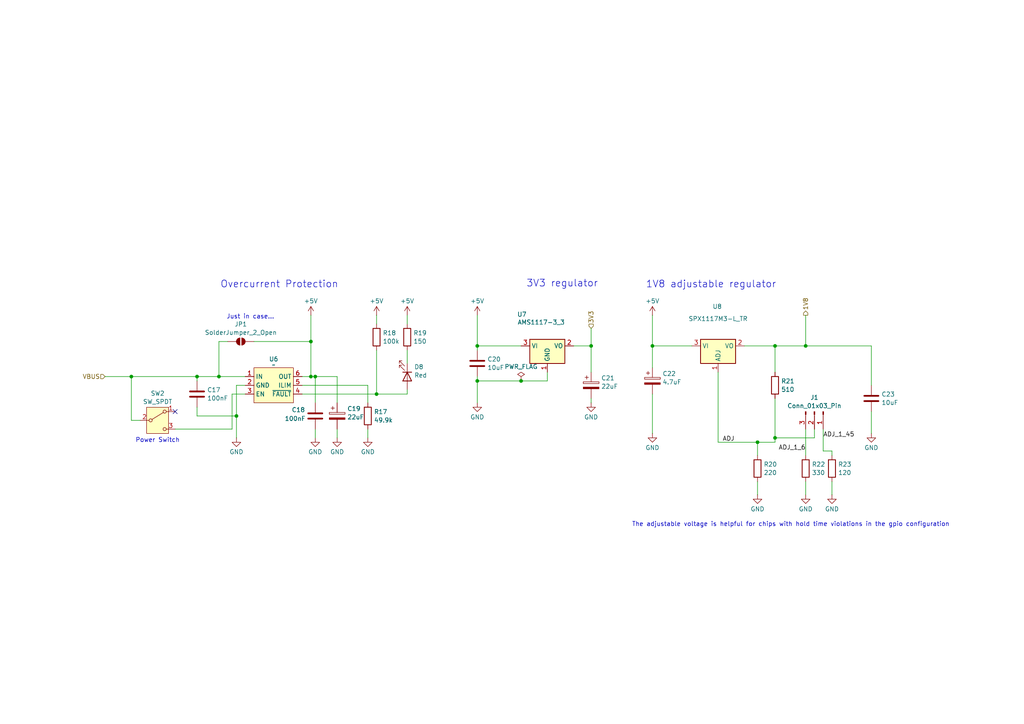
<source format=kicad_sch>
(kicad_sch (version 20231120) (generator "eeschema") (generator_version "8.0")
  (paper "A4")
  (title_block (title "Voltage Conversion") (date "2024-05-30") (rev "0.2.0"))
  (lib_symbols
    (symbol "Connector:Conn_01x03_Pin" (pin_names (offset 1.016) hide)
      (property "Reference" "J" (at 0 5.08 0))
      (property "Value" "Conn_01x03_Pin" (at 0 -5.08 0))
      (symbol "Conn_01x03_Pin_1_1"
        (polyline (pts (xy 1.27 -2.54) (xy 0.8636 -2.54)) (stroke (width 0.1524)))
        (polyline (pts (xy 1.27 0) (xy 0.8636 0)) (stroke (width 0.1524)))
        (polyline (pts (xy 1.27 2.54) (xy 0.8636 2.54)) (stroke (width 0.1524)))
        (rectangle (start 0.8636 -2.413) (end 0 -2.667) (stroke (width 0.1524)) (fill (type outline)))
        (rectangle (start 0.8636 0.127) (end 0 -0.127) (stroke (width 0.1524)) (fill (type outline)))
        (rectangle (start 0.8636 2.667) (end 0 2.413) (stroke (width 0.1524)) (fill (type outline)))
        (pin passive line (at 5.08 2.54 180) (length 3.81) (name "Pin_1") (number "1"))
        (pin passive line (at 5.08 0 180) (length 3.81) (name "Pin_2") (number "2"))
        (pin passive line (at 5.08 -2.54 180) (length 3.81) (name "Pin_3") (number "3"))
      )
    )
    (symbol "Device:C" (pin_numbers hide) (pin_names (offset 0.254))
      (property "Reference" "C" (at 0.635 2.54 0))
      (property "Value" "C" (at 0.635 -2.54 0))
      (symbol "C_0_1"
        (polyline (pts (xy -2.032 -0.762) (xy 2.032 -0.762)) (stroke (width 0.508)))
        (polyline (pts (xy -2.032 0.762) (xy 2.032 0.762)) (stroke (width 0.508)))
      )
      (symbol "C_1_1"
        (pin passive line (at 0 3.81 270) (length 2.794) (name "~") (number "1"))
        (pin passive line (at 0 -3.81 90) (length 2.794) (name "~") (number "2"))
      )
    )
    (symbol "Device:C_Polarized" (pin_numbers hide) (pin_names (offset 0.254))
      (property "Reference" "C" (at 0.635 2.54 0))
      (property "Value" "C_Polarized" (at 0.635 -2.54 0))
      (symbol "C_Polarized_0_1"
        (rectangle (start -2.286 0.508) (end 2.286 1.016))
        (polyline (pts (xy -1.778 2.286) (xy -0.762 2.286)))
        (polyline (pts (xy -1.27 2.794) (xy -1.27 1.778)))
        (rectangle (start 2.286 -0.508) (end -2.286 -1.016) (fill (type outline)))
      )
      (symbol "C_Polarized_1_1"
        (pin passive line (at 0 3.81 270) (length 2.794) (name "~") (number "1"))
        (pin passive line (at 0 -3.81 90) (length 2.794) (name "~") (number "2"))
      )
    )
    (symbol "Device:LED" (pin_numbers hide) (pin_names (offset 1.016) hide)
      (property "Reference" "D" (at 0 2.54 0))
      (property "Value" "LED" (at 0 -2.54 0))
      (symbol "LED_0_1"
        (polyline (pts (xy -1.27 -1.27) (xy -1.27 1.27)) (stroke (width 0.254)))
        (polyline (pts (xy -1.27 0) (xy 1.27 0)))
        (polyline (pts (xy 1.27 -1.27) (xy 1.27 1.27) (xy -1.27 0) (xy 1.27 -1.27)) (stroke (width 0.254)))
        (polyline (pts (xy -3.048 -0.762) (xy -4.572 -2.286) (xy -3.81 -2.286) (xy -4.572 -2.286) (xy -4.572 -1.524)))
        (polyline (pts (xy -1.778 -0.762) (xy -3.302 -2.286) (xy -2.54 -2.286) (xy -3.302 -2.286) (xy -3.302 -1.524)))
      )
      (symbol "LED_1_1"
        (pin passive line (at -3.81 0 0) (length 2.54) (name "K") (number "1"))
        (pin passive line (at 3.81 0 180) (length 2.54) (name "A") (number "2"))
      )
    )
    (symbol "Device:R" (pin_numbers hide) (pin_names (offset 0))
      (property "Reference" "R" (at 2.032 0 90))
      (property "Value" "R" (at 0 0 90))
      (symbol "R_0_1"
        (rectangle (start -1.016 -2.54) (end 1.016 2.54) (stroke (width 0.254)))
      )
      (symbol "R_1_1"
        (pin passive line (at 0 3.81 270) (length 1.27) (name "~") (number "1"))
        (pin passive line (at 0 -3.81 90) (length 1.27) (name "~") (number "2"))
      )
    )
    (symbol "Jumper:SolderJumper_2_Open" (pin_numbers hide) (pin_names (offset 0) hide) (exclude_from_sim yes) (in_bom no)
      (property "Reference" "JP" (at 0 2.032 0))
      (property "Value" "SolderJumper_2_Open" (at 0 -2.54 0))
      (symbol "SolderJumper_2_Open_0_1"
        (arc (start -0.254 1.016) (mid -1.2656 0) (end -0.254 -1.016))
        (arc (start -0.254 1.016) (mid -1.2656 0) (end -0.254 -1.016) (fill (type outline)))
        (polyline (pts (xy -0.254 1.016) (xy -0.254 -1.016)))
        (polyline (pts (xy 0.254 1.016) (xy 0.254 -1.016)))
        (arc (start 0.254 -1.016) (mid 1.2656 0) (end 0.254 1.016))
        (arc (start 0.254 -1.016) (mid 1.2656 0) (end 0.254 1.016) (fill (type outline)))
      )
      (symbol "SolderJumper_2_Open_1_1"
        (pin passive line (at -3.81 0 0) (length 2.54) (name "A") (number "1"))
        (pin passive line (at 3.81 0 180) (length 2.54) (name "B") (number "2"))
      )
    )
    (symbol "Regulator_Linear:AMS1117"
      (property "Reference" "U" (at -3.81 3.175 0))
      (property "Value" "AMS1117" (at 0 3.175 0))
      (symbol "AMS1117_0_1"
        (rectangle (start -5.08 -5.08) (end 5.08 1.905) (stroke (width 0.254)) (fill (type background)))
      )
      (symbol "AMS1117_1_1"
        (pin input line (at 0 -7.62 90) (length 2.54) (name "ADJ") (number "1"))
        (pin power_out line (at 7.62 0 180) (length 2.54) (name "VO") (number "2"))
        (pin power_in line (at -7.62 0 0) (length 2.54) (name "VI") (number "3"))
      )
    )
    (symbol "Regulator_Linear:AMS1117-3.3"
      (property "Reference" "U" (at -3.81 3.175 0))
      (property "Value" "AMS1117-3.3" (at 0 3.175 0))
      (symbol "AMS1117-3.3_0_1"
        (rectangle (start -5.08 -5.08) (end 5.08 1.905) (stroke (width 0.254)) (fill (type background)))
      )
      (symbol "AMS1117-3.3_1_1"
        (pin power_in line (at 0 -7.62 90) (length 2.54) (name "GND") (number "1"))
        (pin power_out line (at 7.62 0 180) (length 2.54) (name "VO") (number "2"))
        (pin power_in line (at -7.62 0 0) (length 2.54) (name "VI") (number "3"))
      )
    )
    (symbol "Switch:SW_SPDT" (pin_names (offset 0) hide)
      (property "Reference" "SW" (at 0 5.08 0))
      (property "Value" "SW_SPDT" (at 0 -5.08 0))
      (symbol "SW_SPDT_0_1"
        (circle (center -2.032 0) (radius 0.4572))
        (polyline (pts (xy -1.651 0.254) (xy 1.651 2.286)))
        (circle (center 2.032 -2.54) (radius 0.4572))
        (circle (center 2.032 2.54) (radius 0.4572))
      )
      (symbol "SW_SPDT_1_1"
        (rectangle (start -3.175 3.81) (end 3.175 -3.81) (fill (type background)))
        (pin passive line (at 5.08 2.54 180) (length 2.54) (name "A") (number "1"))
        (pin passive line (at -5.08 0 0) (length 2.54) (name "B") (number "2"))
        (pin passive line (at 5.08 -2.54 180) (length 2.54) (name "C") (number "3"))
      )
    )
    (symbol "custom_symbols:TPS2553"
      (property "Reference" "U" (at 0 0 0))
      (symbol "TPS2553_1_1"
        (rectangle (start -6.35 -1.27) (end 5.08 -11.43) (fill (type background)))
        (pin power_in line (at -8.89 -3.81 0) (length 2.54) (name "IN") (number "1"))
        (pin power_in line (at -8.89 -6.35 0) (length 2.54) (name "GND") (number "2"))
        (pin input line (at -8.89 -8.89 0) (length 2.54) (name "EN") (number "3"))
        (pin output line (at 7.62 -8.89 180) (length 2.54) (name "~{FAULT}") (number "4"))
        (pin input line (at 7.62 -6.35 180) (length 2.54) (name "ILIM") (number "5"))
        (pin power_out line (at 7.62 -3.81 180) (length 2.54) (name "OUT") (number "6"))
      )
    )
    (symbol "power:+5V" (power) (pin_numbers hide) (pin_names (offset 0) hide)
      (property "Value" "+5V" (at 0 3.556 0))
      (symbol "+5V_0_1"
        (polyline (pts (xy -0.762 1.27) (xy 0 2.54)))
        (polyline (pts (xy 0 0) (xy 0 2.54)))
        (polyline (pts (xy 0 2.54) (xy 0.762 1.27)))
      )
      (symbol "+5V_1_1"
        (pin power_in line (at 0 0 90) (length 0) (name "~") (number "1"))
      )
    )
    (symbol "power:GND" (power) (pin_numbers hide) (pin_names (offset 0) hide)
      (property "Value" "GND" (at 0 -3.81 0))
      (symbol "GND_0_1"
        (polyline (pts (xy 0 0) (xy 0 -1.27) (xy 1.27 -1.27) (xy 0 -2.54) (xy -1.27 -1.27) (xy 0 -1.27)))
      )
      (symbol "GND_1_1"
        (pin power_in line (at 0 0 270) (length 0) (name "~") (number "1"))
      )
    )
    (symbol "power:PWR_FLAG" (power) (pin_numbers hide) (pin_names (offset 0) hide)
      (property "Value" "PWR_FLAG" (at 0 3.81 0))
      (symbol "PWR_FLAG_0_0"
        (pin power_out line (at 0 0 90) (length 0) (name "~") (number "1"))
      )
      (symbol "PWR_FLAG_0_1"
        (polyline (pts (xy 0 0) (xy 0 1.27) (xy -1.016 1.905) (xy 0 2.54) (xy 1.016 1.905) (xy 0 1.27)))
      )
    )
  )
  (junction (at 224.79 127))
  (junction (at 189.23 100.33))
  (junction (at 224.79 100.33))
  (junction (at 91.44 109.22))
  (junction (at 219.71 128.27))
  (junction (at 109.22 114.3))
  (junction (at 171.45 100.33))
  (junction (at 151.13 110.49))
  (junction (at 90.17 99.06))
  (junction (at 90.17 109.22))
  (junction (at 138.43 110.49))
  (junction (at 233.68 100.33))
  (junction (at 63.5 109.22))
  (junction (at 68.58 120.65))
  (junction (at 138.43 100.33))
  (junction (at 57.15 109.22))
  (junction (at 38.1 109.22))
  (no_connect (at 50.8 119.38))
  (wire (pts (xy 90.17 91.44) (xy 90.17 99.06)))
  (wire (pts (xy 109.22 91.44) (xy 109.22 93.98)))
  (wire (pts (xy 138.43 116.84) (xy 138.43 110.49)))
  (wire (pts (xy 118.11 91.44) (xy 118.11 93.98)))
  (wire (pts (xy 73.66 99.06) (xy 90.17 99.06)))
  (wire (pts (xy 91.44 109.22) (xy 97.79 109.22)))
  (wire (pts (xy 50.8 124.46) (xy 67.31 124.46)))
  (wire (pts (xy 91.44 109.22) (xy 91.44 116.84)))
  (wire (pts (xy 68.58 111.76) (xy 68.58 120.65)))
  (wire (pts (xy 87.63 109.22) (xy 90.17 109.22)))
  (wire (pts (xy 71.12 111.76) (xy 68.58 111.76)))
  (wire (pts (xy 219.71 128.27) (xy 219.71 132.08)))
  (wire (pts (xy 57.15 118.11) (xy 57.15 120.65)))
  (wire (pts (xy 219.71 139.7) (xy 219.71 143.51)))
  (wire (pts (xy 224.79 100.33) (xy 224.79 107.95)))
  (wire (pts (xy 236.22 127) (xy 236.22 124.46)))
  (wire (pts (xy 90.17 109.22) (xy 91.44 109.22)))
  (wire (pts (xy 151.13 110.49) (xy 158.75 110.49)))
  (wire (pts (xy 63.5 109.22) (xy 71.12 109.22)))
  (wire (pts (xy 57.15 120.65) (xy 68.58 120.65)))
  (wire (pts (xy 57.15 109.22) (xy 63.5 109.22)))
  (wire (pts (xy 219.71 128.27) (xy 224.79 128.27)))
  (wire (pts (xy 233.68 100.33) (xy 252.73 100.33)))
  (wire (pts (xy 138.43 110.49) (xy 151.13 110.49)))
  (wire (pts (xy 224.79 115.57) (xy 224.79 127)))
  (wire (pts (xy 233.68 139.7) (xy 233.68 143.51)))
  (wire (pts (xy 208.28 128.27) (xy 219.71 128.27)))
  (wire (pts (xy 138.43 110.49) (xy 138.43 109.22)))
  (wire (pts (xy 138.43 100.33) (xy 138.43 101.6)))
  (wire (pts (xy 208.28 107.95) (xy 208.28 128.27)))
  (wire (pts (xy 224.79 127) (xy 224.79 128.27)))
  (wire (pts (xy 87.63 111.76) (xy 106.68 111.76)))
  (wire (pts (xy 189.23 100.33) (xy 200.66 100.33)))
  (wire (pts (xy 40.64 121.92) (xy 38.1 121.92)))
  (wire (pts (xy 109.22 101.6) (xy 109.22 114.3)))
  (wire (pts (xy 215.9 100.33) (xy 224.79 100.33)))
  (wire (pts (xy 109.22 114.3) (xy 118.11 114.3)))
  (wire (pts (xy 252.73 119.38) (xy 252.73 125.73)))
  (wire (pts (xy 158.75 110.49) (xy 158.75 107.95)))
  (wire (pts (xy 189.23 106.68) (xy 189.23 100.33)))
  (wire (pts (xy 63.5 99.06) (xy 66.04 99.06)))
  (wire (pts (xy 106.68 124.46) (xy 106.68 127)))
  (wire (pts (xy 118.11 101.6) (xy 118.11 105.41)))
  (wire (pts (xy 138.43 91.44) (xy 138.43 100.33)))
  (wire (pts (xy 189.23 91.44) (xy 189.23 100.33)))
  (wire (pts (xy 68.58 120.65) (xy 68.58 127)))
  (wire (pts (xy 87.63 114.3) (xy 109.22 114.3)))
  (wire (pts (xy 171.45 115.57) (xy 171.45 116.84)))
  (wire (pts (xy 171.45 100.33) (xy 171.45 107.95)))
  (wire (pts (xy 241.3 139.7) (xy 241.3 143.51)))
  (wire (pts (xy 224.79 127) (xy 236.22 127)))
  (wire (pts (xy 97.79 124.46) (xy 97.79 127)))
  (wire (pts (xy 67.31 124.46) (xy 67.31 114.3)))
  (wire (pts (xy 171.45 95.25) (xy 171.45 100.33)))
  (wire (pts (xy 233.68 124.46) (xy 233.68 132.08)))
  (wire (pts (xy 118.11 114.3) (xy 118.11 113.03)))
  (wire (pts (xy 90.17 99.06) (xy 90.17 109.22)))
  (wire (pts (xy 63.5 99.06) (xy 63.5 109.22)))
  (wire (pts (xy 38.1 109.22) (xy 38.1 121.92)))
  (wire (pts (xy 233.68 91.44) (xy 233.68 100.33)))
  (wire (pts (xy 189.23 125.73) (xy 189.23 114.3)))
  (wire (pts (xy 57.15 110.49) (xy 57.15 109.22)))
  (wire (pts (xy 252.73 100.33) (xy 252.73 111.76)))
  (wire (pts (xy 238.76 130.81) (xy 241.3 130.81)))
  (wire (pts (xy 67.31 114.3) (xy 71.12 114.3)))
  (wire (pts (xy 97.79 109.22) (xy 97.79 116.84)))
  (wire (pts (xy 166.37 100.33) (xy 171.45 100.33)))
  (wire (pts (xy 138.43 100.33) (xy 151.13 100.33)))
  (wire (pts (xy 30.48 109.22) (xy 38.1 109.22)))
  (wire (pts (xy 241.3 130.81) (xy 241.3 132.08)))
  (wire (pts (xy 38.1 109.22) (xy 57.15 109.22)))
  (wire (pts (xy 224.79 100.33) (xy 233.68 100.33)))
  (wire (pts (xy 106.68 111.76) (xy 106.68 116.84)))
  (wire (pts (xy 91.44 124.46) (xy 91.44 127)))
  (wire (pts (xy 238.76 124.46) (xy 238.76 130.81)))
  (text "Just in case..." (at 72.644 91.948 0) (effects (font (size 1.27 1.27))))
  (text "1V8 adjustable regulator" (at 206.248 82.55 0) (effects (font (size 2 2))))
  (text "The adjustable voltage is helpful for chips with hold time violations in the gpio configuration" (at 229.362 152.146 0) (effects (font (size 1.27 1.27))))
  (text "Overcurrent Protection" (at 81.026 82.55 0) (effects (font (size 2 2))))
  (text "Power Switch" (at 45.72 127.762 0) (effects (font (size 1.27 1.27))))
  (text "3V3 regulator" (at 163.068 82.296 0) (effects (font (size 2 2))))
  (label "ADJ_1_6" (at 233.68 130.81 180))
  (label "ADJ_1_45" (at 238.76 127 0))
  (label "ADJ" (at 209.55 128.27 0))
  (hierarchical_label "3V3" (shape input) (at 171.45 95.25 90))
  (hierarchical_label "VBUS" (shape input) (at 30.48 109.22 180))
  (hierarchical_label "1V8" (shape output) (at 233.68 91.44 90))
  (symbol (lib_id "Device:LED") (at 118.11 109.22 270) (unit 1)
    (property "Reference" "D8" (at 120.142 106.4203 90) (effects (justify left)))
    (property "Value" "Red" (at 120.142 108.8446 90) (effects (justify left)))
    (property "Footprint" "LED_SMD:LED_1206_3216Metric" (effects (hide yes)))
    (property "Description" "Light emitting diode" (effects (hide yes)))
    (property "LCSC Part" "C2827254" (effects (hide yes)))
  )
  (symbol (lib_id "Device:C_Polarized") (at 97.79 120.65 0) (unit 1)
    (property "Reference" "C19" (at 100.711 118.5488 0) (effects (justify left)))
    (property "Value" "22uF" (at 100.711 120.9731 0) (effects (justify left)))
    (property "Footprint" "Capacitor_Tantalum_SMD:CP_EIA-3216-10_Kemet-I" (effects (hide yes)))
    (property "Description" "Polarized capacitor" (effects (hide yes)))
  )
  (symbol (lib_id "power:GND") (at 97.79 127 0) (unit 1)
    (property "Reference" "#PWR59" (effects (hide yes)))
    (property "Value" "GND" (at 97.79 131.064 0))
    (property "Description" "Power symbol creates a global label with name \"GND\" , ground" (effects (hide yes)))
  )
  (symbol (lib_id "custom_symbols:TPS2553") (at 80.01 105.41 0) (unit 1)
    (property "Reference" "U6" (at 79.375 104.1485 0))
    (property "Value" "~" (at 79.375 105.8299 0))
    (property "Footprint" "Package_TO_SOT_SMD:SOT-23-6" (effects (hide yes)))
    (property "Datasheet" "https://www.ti.com/lit/ds/symlink/tps2553.pdf?ts=1752511161799&ref_url=https%253A%252F%252Fwww.ti.com%252Fproduct%252Fde-de%252FTPS2553" (effects (hide yes)))
  )
  (symbol (lib_id "power:GND") (at 106.68 127 0) (unit 1)
    (property "Reference" "#PWR60" (effects (hide yes)))
    (property "Value" "GND" (at 106.68 131.064 0))
    (property "Description" "Power symbol creates a global label with name \"GND\" , ground" (effects (hide yes)))
  )
  (symbol (lib_id "Device:C_Polarized") (at 171.45 111.76 0) (unit 1)
    (property "Reference" "C21" (at 174.371 109.6588 0) (effects (justify left)))
    (property "Value" "22uF" (at 174.371 112.0831 0) (effects (justify left)))
    (property "Footprint" "Capacitor_Tantalum_SMD:CP_EIA-3216-10_Kemet-I" (effects (hide yes)))
    (property "Description" "Polarized capacitor" (effects (hide yes)))
  )
  (symbol (lib_id "Device:R") (at 118.11 97.79 0) (unit 1)
    (property "Reference" "R19" (at 119.888 96.5778 0) (effects (justify left)))
    (property "Value" "150" (at 119.888 99.0021 0) (effects (justify left)))
    (property "Footprint" "Resistor_SMD:R_0805_2012Metric" (effects (hide yes)))
    (property "Description" "Resistor" (effects (hide yes)))
  )
  (symbol (lib_id "Jumper:SolderJumper_2_Open") (at 69.85 99.06 0) (unit 1) (exclude_from_sim yes) (in_bom no)
    (property "Reference" "JP1" (at 69.85 94.0265 0))
    (property "Value" "SolderJumper_2_Open" (at 69.85 96.4508 0))
    (property "Footprint" "Jumper:SolderJumper-2_P1.3mm_Open_Pad1.0x1.5mm" (effects (hide yes)))
    (property "Description" "Solder Jumper, 2-pole, open" (effects (hide yes)))
  )
  (symbol (lib_id "Device:C") (at 57.15 114.3 0) (unit 1)
    (property "Reference" "C17" (at 60.071 113.0878 0) (effects (justify left)))
    (property "Value" "100nF" (at 60.071 115.5121 0) (effects (justify left)))
    (property "Footprint" "Capacitor_SMD:C_0805_2012Metric" (effects (hide yes)))
    (property "Description" "Unpolarized capacitor" (effects (hide yes)))
  )
  (symbol (lib_id "power:GND") (at 189.23 125.73 0) (unit 1)
    (property "Reference" "#PWR67" (effects (hide yes)))
    (property "Value" "GND" (at 189.23 129.8631 0))
    (property "Description" "Power symbol creates a global label with name \"GND\" , ground" (effects (hide yes)))
  )
  (symbol (lib_id "power:+5V") (at 189.23 91.44 0) (unit 1)
    (property "Reference" "#PWR66" (effects (hide yes)))
    (property "Value" "+5V" (at 189.23 87.3069 0))
    (property "Description" "Power symbol creates a global label with name \"+5V\"" (effects (hide yes)))
  )
  (symbol (lib_id "Device:R") (at 106.68 120.65 0) (unit 1)
    (property "Reference" "R17" (at 108.458 119.4378 0) (effects (justify left)))
    (property "Value" "49.9k" (at 108.458 121.8621 0) (effects (justify left)))
    (property "Footprint" "Resistor_SMD:R_0805_2012Metric" (effects (hide yes)))
    (property "Description" "Resistor" (effects (hide yes)))
  )
  (symbol (lib_id "Regulator_Linear:AMS1117-3.3") (at 158.75 100.33 0) (unit 1)
    (property "Reference" "U7" (at 151.384 91.186 0))
    (property "Value" "AMS1117-3_3" (at 156.972 93.472 0))
    (property "Footprint" "Package_TO_SOT_SMD:SOT-223-3_TabPin2" (effects (hide yes)))
    (property "Datasheet" "http://www.advanced-monolithic.com/pdf/ds1117.pdf" (effects (hide yes)))
    (property "Description" "1A Low Dropout regulator, positive, 3.3V fixed output, SOT-223" (effects (hide yes)))
    (property "LCSC" "C6186" (effects (hide yes)))
  )
  (symbol (lib_id "Switch:SW_SPDT") (at 45.72 121.92 0) (unit 1)
    (property "Reference" "SW2" (at 45.72 114.0925 0))
    (property "Value" "SW_SPDT" (at 45.72 116.5168 0))
    (property "Footprint" "Customized:SPDT_Switch" (effects (hide yes)))
    (property "Datasheet" "https://lcsc.com/datasheet/lcsc_datasheet_2407161403_SHOU-HAN-MST-22D18G2-3J_C2875122.pdf" (effects (hide yes)))
    (property "Description" "Switch, single pole double throw" (effects (hide yes)))
    (property "LCSC Part" "C2875122" (effects (hide yes)))
  )
  (symbol (lib_id "Device:C") (at 91.44 120.65 0) (unit 1)
    (property "Reference" "C18" (at 84.582 118.872 0) (effects (justify left)))
    (property "Value" "100nF" (at 82.55 121.412 0) (effects (justify left)))
    (property "Footprint" "Capacitor_SMD:C_0805_2012Metric" (effects (hide yes)))
    (property "Description" "Unpolarized capacitor" (effects (hide yes)))
  )
  (symbol (lib_id "Device:R") (at 224.79 111.76 0) (unit 1)
    (property "Reference" "R21" (at 226.568 110.5478 0) (effects (justify left)))
    (property "Value" "510" (at 226.568 112.9721 0) (effects (justify left)))
    (property "Footprint" "Resistor_SMD:R_0805_2012Metric" (effects (hide yes)))
    (property "Description" "Resistor" (effects (hide yes)))
  )
  (symbol (lib_id "Device:R") (at 109.22 97.79 0) (unit 1)
    (property "Reference" "R18" (at 110.998 96.5778 0) (effects (justify left)))
    (property "Value" "100k" (at 110.998 99.0021 0) (effects (justify left)))
    (property "Footprint" "Resistor_SMD:R_0805_2012Metric" (effects (hide yes)))
    (property "Description" "Resistor" (effects (hide yes)))
  )
  (symbol (lib_id "Device:C") (at 252.73 115.57 0) (unit 1)
    (property "Reference" "C23" (at 255.651 114.3578 0) (effects (justify left)))
    (property "Value" "10uF" (at 255.651 116.7821 0) (effects (justify left)))
    (property "Footprint" "Capacitor_SMD:C_0805_2012Metric" (effects (hide yes)))
    (property "Description" "Unpolarized capacitor" (effects (hide yes)))
  )
  (symbol (lib_id "power:GND") (at 219.71 143.51 0) (unit 1)
    (property "Reference" "#PWR68" (effects (hide yes)))
    (property "Value" "GND" (at 219.71 147.6431 0))
    (property "Description" "Power symbol creates a global label with name \"GND\" , ground" (effects (hide yes)))
  )
  (symbol (lib_id "Device:R") (at 241.3 135.89 0) (unit 1)
    (property "Reference" "R23" (at 243.078 134.6778 0) (effects (justify left)))
    (property "Value" "120" (at 243.078 137.1021 0) (effects (justify left)))
    (property "Footprint" "Resistor_SMD:R_0805_2012Metric" (effects (hide yes)))
    (property "Description" "Resistor" (effects (hide yes)))
  )
  (symbol (lib_id "power:GND") (at 252.73 125.73 0) (unit 1)
    (property "Reference" "#PWR71" (effects (hide yes)))
    (property "Value" "GND" (at 252.73 129.8631 0))
    (property "Description" "Power symbol creates a global label with name \"GND\" , ground" (effects (hide yes)))
  )
  (symbol (lib_id "power:GND") (at 68.58 127 0) (unit 1)
    (property "Reference" "#PWR56" (effects (hide yes)))
    (property "Value" "GND" (at 68.58 131.064 0))
    (property "Description" "Power symbol creates a global label with name \"GND\" , ground" (effects (hide yes)))
  )
  (symbol (lib_id "Device:R") (at 219.71 135.89 0) (unit 1)
    (property "Reference" "R20" (at 221.488 134.6778 0) (effects (justify left)))
    (property "Value" "220" (at 221.488 137.1021 0) (effects (justify left)))
    (property "Footprint" "Resistor_SMD:R_0805_2012Metric" (effects (hide yes)))
    (property "Description" "Resistor" (effects (hide yes)))
  )
  (symbol (lib_id "power:PWR_FLAG") (at 151.13 110.49 0) (unit 1)
    (property "Reference" "#FLG2" (effects (hide yes)))
    (property "Value" "PWR_FLAG" (at 151.13 106.3569 0))
    (property "Description" "Special symbol for telling ERC where power comes from" (effects (hide yes)))
  )
  (symbol (lib_id "power:GND") (at 91.44 127 0) (unit 1)
    (property "Reference" "#PWR58" (effects (hide yes)))
    (property "Value" "GND" (at 91.44 131.064 0))
    (property "Description" "Power symbol creates a global label with name \"GND\" , ground" (effects (hide yes)))
  )
  (symbol (lib_id "power:GND") (at 138.43 116.84 0) (unit 1)
    (property "Reference" "#PWR64" (effects (hide yes)))
    (property "Value" "GND" (at 138.43 120.9731 0))
    (property "Description" "Power symbol creates a global label with name \"GND\" , ground" (effects (hide yes)))
  )
  (symbol (lib_id "Connector:Conn_01x03_Pin") (at 236.22 119.38 270) (unit 1)
    (property "Reference" "J1" (at 236.22 115.2863 90))
    (property "Value" "Conn_01x03_Pin" (at 236.22 117.7106 90))
    (property "Footprint" "Connector_PinHeader_2.54mm:PinHeader_1x03_P2.54mm_Vertical" (effects (hide yes)))
    (property "Description" "Generic connector, single row, 01x03, script generated" (effects (hide yes)))
  )
  (symbol (lib_id "Device:C_Polarized") (at 189.23 110.49 0) (unit 1)
    (property "Reference" "C22" (at 192.151 108.3888 0) (effects (justify left)))
    (property "Value" "4.7uF" (at 192.151 110.8131 0) (effects (justify left)))
    (property "Footprint" "Capacitor_Tantalum_SMD:CP_EIA-3216-10_Kemet-I" (effects (hide yes)))
    (property "Description" "Polarized capacitor" (effects (hide yes)))
  )
  (symbol (lib_id "power:+5V") (at 118.11 91.44 0) (unit 1)
    (property "Reference" "#PWR62" (effects (hide yes)))
    (property "Value" "+5V" (at 118.11 87.3069 0))
    (property "Description" "Power symbol creates a global label with name \"+5V\"" (effects (hide yes)))
  )
  (symbol (lib_id "power:GND") (at 233.68 143.51 0) (unit 1)
    (property "Reference" "#PWR69" (effects (hide yes)))
    (property "Value" "GND" (at 233.68 147.6431 0))
    (property "Description" "Power symbol creates a global label with name \"GND\" , ground" (effects (hide yes)))
  )
  (symbol (lib_id "power:GND") (at 171.45 116.84 0) (unit 1)
    (property "Reference" "#PWR65" (effects (hide yes)))
    (property "Value" "GND" (at 171.45 120.9731 0))
    (property "Description" "Power symbol creates a global label with name \"GND\" , ground" (effects (hide yes)))
  )
  (symbol (lib_id "Device:C") (at 138.43 105.41 0) (unit 1)
    (property "Reference" "C20" (at 141.351 104.1978 0) (effects (justify left)))
    (property "Value" "10uF" (at 141.351 106.6221 0) (effects (justify left)))
    (property "Footprint" "Capacitor_SMD:C_0805_2012Metric" (effects (hide yes)))
    (property "Description" "Unpolarized capacitor" (effects (hide yes)))
  )
  (symbol (lib_id "power:+5V") (at 109.22 91.44 0) (unit 1)
    (property "Reference" "#PWR61" (effects (hide yes)))
    (property "Value" "+5V" (at 109.22 87.3069 0))
    (property "Description" "Power symbol creates a global label with name \"+5V\"" (effects (hide yes)))
  )
  (symbol (lib_id "power:+5V") (at 138.43 91.44 0) (unit 1)
    (property "Reference" "#PWR63" (effects (hide yes)))
    (property "Value" "+5V" (at 138.43 87.3069 0))
    (property "Description" "Power symbol creates a global label with name \"+5V\"" (effects (hide yes)))
  )
  (symbol (lib_id "Regulator_Linear:AMS1117") (at 208.28 100.33 0) (unit 1)
    (property "Reference" "U8" (at 208.026 88.9 0))
    (property "Value" "SPX1117M3-L_TR" (at 208.28 92.456 0))
    (property "Footprint" "Package_TO_SOT_SMD:SOT-223-3_TabPin2" (effects (hide yes)))
    (property "Datasheet" "http://www.advanced-monolithic.com/pdf/ds1117.pdf" (effects (hide yes)))
    (property "Description" "1A Low Dropout regulator, positive, adjustable output, SOT-223" (effects (hide yes)))
    (property "LCSC" "C67402" (effects (hide yes)))
  )
  (symbol (lib_id "power:+5V") (at 90.17 91.44 0) (unit 1)
    (property "Reference" "#PWR57" (effects (hide yes)))
    (property "Value" "+5V" (at 90.17 87.3069 0))
    (property "Description" "Power symbol creates a global label with name \"+5V\"" (effects (hide yes)))
  )
  (symbol (lib_id "power:GND") (at 241.3 143.51 0) (unit 1)
    (property "Reference" "#PWR70" (effects (hide yes)))
    (property "Value" "GND" (at 241.3 147.6431 0))
    (property "Description" "Power symbol creates a global label with name \"GND\" , ground" (effects (hide yes)))
  )
  (symbol (lib_id "Device:R") (at 233.68 135.89 0) (unit 1)
    (property "Reference" "R22" (at 235.458 134.6778 0) (effects (justify left)))
    (property "Value" "330" (at 235.458 137.1021 0) (effects (justify left)))
    (property "Footprint" "Resistor_SMD:R_0805_2012Metric" (effects (hide yes)))
    (property "Description" "Resistor" (effects (hide yes)))
  )
)
</source>
